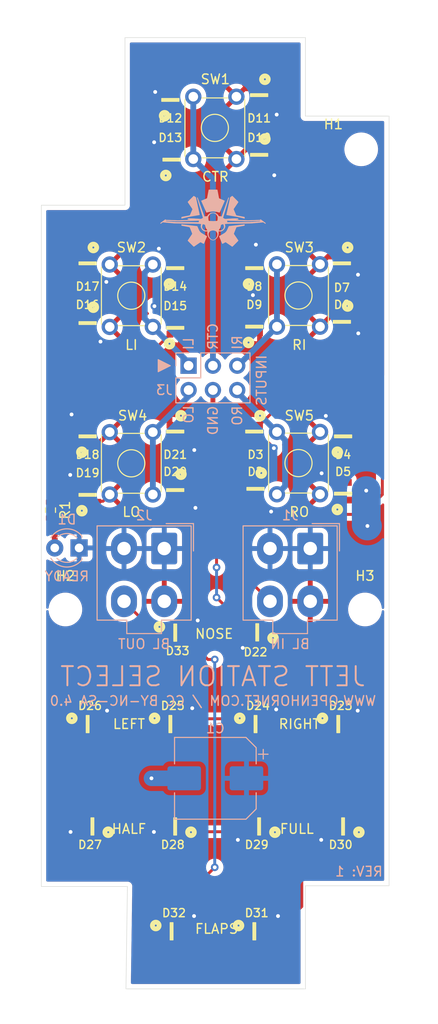
<source format=kicad_pcb>
(kicad_pcb (version 20211014) (generator pcbnew)
  (layers (0 "F.Cu" signal) (31 "B.Cu" signal) (34 "B.Paste" user) (35 "F.Paste" user) (36 "B.SilkS" user "B.Silkscreen") (37 "F.SilkS" user "F.Silkscreen") (38 "B.Mask" user) (39 "F.Mask" user) (44 "Edge.Cuts" user))
  (net 0 "")
  (net 1 "GND")
  (net 2 "/BL_+5V")
  (net 3 "Net-(D1-Pad2)")
  (net 4 "/BL_DIN")
  (net 5 "Net-(D2-Pad1)")
  (net 6 "Net-(D3-Pad1)")
  (net 7 "Net-(D4-Pad1)")
  (net 8 "Net-(D5-Pad1)")
  (net 9 "Net-(D6-Pad1)")
  (net 10 "Net-(D7-Pad1)")
  (net 11 "Net-(D8-Pad1)")
  (net 12 "/BL_DATA1")
  (net 13 "Net-(D10-Pad1)")
  (net 14 "Net-(D11-Pad1)")
  (net 15 "Net-(D12-Pad1)")
  (net 16 "Net-(D13-Pad1)")
  (net 17 "Net-(D14-Pad1)")
  (net 18 "Net-(D15-Pad1)")
  (net 19 "Net-(D16-Pad1)")
  (net 20 "/BL_DATA2")
  (net 21 "Net-(D18-Pad1)")
  (net 22 "Net-(D19-Pad1)")
  (net 23 "Net-(D20-Pad1)")
  (net 24 "Net-(D21-Pad1)")
  (net 25 "Net-(D22-Pad1)")
  (net 26 "Net-(D23-Pad1)")
  (net 27 "Net-(D24-Pad1)")
  (net 28 "/BL_DATA3")
  (net 29 "Net-(D26-Pad1)")
  (net 30 "Net-(D27-Pad1)")
  (net 31 "Net-(D28-Pad1)")
  (net 32 "Net-(D29-Pad1)")
  (net 33 "Net-(D30-Pad1)")
  (net 34 "Net-(D31-Pad1)")
  (net 35 "Net-(D32-Pad1)")
  (net 36 "/BL_DOUT")
  (net 37 "/RO_SW")
  (net 38 "/LO_SW")
  (net 39 "/RI_SW")
  (net 40 "/LI_SW")
  (net 41 "/CTR_SW")
  (footprint "OH_Footprints:WS2812-2020" (layer "F.Cu") (at 154.638375 97.377249 90)
    (fp_text reference "D2")
    (fp_text value "LED" hide)
  )
  (footprint "OH_Footprints:WS2812-2020" (layer "F.Cu") (at 154.511375 91.408249 90)
    (fp_text reference "D3")
    (fp_text value "LED" hide)
  )
  (footprint "OH_Footprints:WS2812-2020" (layer "F.Cu") (at 163.782375 91.408249 -90)
    (fp_text reference "D4")
    (fp_text value "LED" hide)
  )
  (footprint "OH_Footprints:WS2812-2020" (layer "F.Cu") (at 163.782375 97.377249 -90)
    (fp_text reference "D5")
    (fp_text value "LED" hide)
  )
  (footprint "OH_Footprints:WS2812-2020" (layer "F.Cu") (at 163.655375 79.978249 90)
    (fp_text reference "D6")
    (fp_text value "LED" hide)
  )
  (footprint "OH_Footprints:WS2812-2020" (layer "F.Cu") (at 163.655375 73.882249 90)
    (fp_text reference "D7")
    (fp_text value "LED" hide)
  )
  (footprint "OH_Footprints:WS2812-2020" (layer "F.Cu") (at 154.511375 73.882249 -90)
    (fp_text reference "D8")
    (fp_text value "LED" hide)
  )
  (footprint "OH_Footprints:WS2812-2020" (layer "F.Cu") (at 154.511375 79.978249 -90)
    (fp_text reference "D9")
    (fp_text value "LED" hide)
  )
  (footprint "OH_Footprints:WS2812-2020" (layer "F.Cu") (at 155.019375 62.579249 90)
    (fp_text reference "D10")
    (fp_text value "LED" hide)
  )
  (footprint "OH_Footprints:WS2812-2020" (layer "F.Cu") (at 155.019375 56.356249 90)
    (fp_text reference "D11")
    (fp_text value "LED" hide)
  )
  (footprint "OH_Footprints:WS2812-2020" (layer "F.Cu") (at 145.748375 56.356249 -90)
    (fp_text reference "D12")
    (fp_text value "LED" hide)
  )
  (footprint "OH_Footprints:WS2812-2020" (layer "F.Cu") (at 145.875375 62.579249 -90)
    (fp_text reference "D13")
    (fp_text value "LED" hide)
  )
  (footprint "OH_Footprints:WS2812-2020" (layer "F.Cu") (at 146.256375 73.882249 -90)
    (fp_text reference "D14")
    (fp_text value "LED" hide)
  )
  (footprint "OH_Footprints:WS2812-2020" (layer "F.Cu") (at 146.256375 80.105249 -90)
    (fp_text reference "D15")
    (fp_text value "LED" hide)
  )
  (footprint "OH_Footprints:WS2812-2020" (layer "F.Cu") (at 137.112375 80.105249 90)
    (fp_text reference "D16")
    (fp_text value "LED" hide)
  )
  (footprint "OH_Footprints:WS2812-2020" (layer "F.Cu") (at 137.112375 73.882249 90)
    (fp_text reference "D17")
    (fp_text value "LED" hide)
  )
  (footprint "OH_Footprints:WS2812-2020" (layer "F.Cu") (at 137.112375 91.408249 -90)
    (fp_text reference "D18")
    (fp_text value "LED" hide)
  )
  (footprint "OH_Footprints:WS2812-2020" (layer "F.Cu") (at 137.112375 97.504249 -90)
    (fp_text reference "D19")
    (fp_text value "LED" hide)
  )
  (footprint "OH_Footprints:WS2812-2020" (layer "F.Cu") (at 146.256375 97.504249 90)
    (fp_text reference "D20")
    (fp_text value "LED" hide)
  )
  (footprint "OH_Footprints:WS2812-2020" (layer "F.Cu") (at 146.256375 91.408249 90)
    (fp_text reference "D21")
    (fp_text value "LED" hide)
  )
  (footprint "OH_Footprints:WS2812-2020" (layer "F.Cu") (at 154.568375 112.076249)
    (fp_text reference "D22")
    (fp_text value "LED" hide)
  )
  (footprint "OH_Footprints:WS2812-2020" (layer "F.Cu") (at 163.528375 121.634249 180)
    (fp_text reference "D23")
    (fp_text value "LED" hide)
  )
  (footprint "OH_Footprints:WS2812-2020" (layer "F.Cu") (at 154.892375 121.634249 180)
    (fp_text reference "D24")
    (fp_text value "LED" hide)
  )
  (footprint "OH_Footprints:WS2812-2020" (layer "F.Cu") (at 146.002375 121.634249 180)
    (fp_text reference "D25")
    (fp_text value "LED" hide)
  )
  (footprint "OH_Footprints:WS2812-2020" (layer "F.Cu") (at 137.366375 121.634249 180)
    (fp_text reference "D26")
    (fp_text value "LED" hide)
  )
  (footprint "OH_Footprints:WS2812-2020" (layer "F.Cu") (at 137.366375 132.302249)
    (fp_text reference "D27")
    (fp_text value "LED" hide)
  )
  (footprint "OH_Footprints:WS2812-2020" (layer "F.Cu") (at 154.765375 132.302249)
    (fp_text reference "D29")
    (fp_text value "LED" hide)
  )
  (footprint "OH_Footprints:WS2812-2020" (layer "F.Cu") (at 163.528375 132.302249)
    (fp_text reference "D30")
    (fp_text value "LED" hide)
  )
  (footprint "OH_Footprints:WS2812-2020" (layer "F.Cu") (at 154.765375 143.224249 180)
    (fp_text reference "D31")
    (fp_text value "LED" hide)
  )
  (footprint "OH_Footprints:WS2812-2020" (layer "F.Cu") (at 146.129375 143.224249 180)
    (fp_text reference "D32")
    (fp_text value "LED" hide)
  )
  (footprint "OH_Footprints:WS2812-2020" (layer "F.Cu") (at 146.510375 112.109249 180)
    (fp_text reference "D33")
    (fp_text value "LED" hide)
  )
  (footprint "MountingHole:MountingHole_2.5mm" (layer "F.Cu") (at 165.6715 61.75375)
    (fp_text reference "H1")
    (fp_text value "MountingHole")
  )
  (footprint "MountingHole:MountingHole_2.5mm" (layer "F.Cu") (at 134.794625 109.696249)
    (fp_text reference "H2")
    (fp_text value "MountingHole")
  )
  (footprint "MountingHole:MountingHole_2.5mm" (layer "F.Cu") (at 166.068375 109.696249)
    (fp_text reference "H3")
    (fp_text value "MountingHole")
  )
  (footprint "OH_Footprints:R_0603_1608Metric" (layer "F.Cu") (at 133.238875 99.345749 90)
    (fp_text reference "R1")
    (fp_text value "R")
  )
  (footprint "OH_Footprints:SW_TH_Tactile_Omron_B3F-10xx" (layer "F.Cu") (at 148.1455 62.769749 90)
    (fp_text reference "SW1")
    (fp_text value "CTR")
  )
  (footprint "OH_Footprints:SW_TH_Tactile_Omron_B3F-10xx" (layer "F.Cu") (at 143.92275 73.75525 -90)
    (fp_text reference "SW2")
    (fp_text value "LI")
  )
  (footprint "OH_Footprints:SW_TH_Tactile_Omron_B3F-10xx" (layer "F.Cu") (at 156.87675 80.23225 90)
    (fp_text reference "SW3")
    (fp_text value "RI")
  )
  (footprint "OH_Footprints:SW_TH_Tactile_Omron_B3F-10xx" (layer "F.Cu") (at 143.92275 91.217749 -90)
    (fp_text reference "SW4")
    (fp_text value "LO")
  )
  (footprint "OH_Footprints:SW_TH_Tactile_Omron_B3F-10xx" (layer "F.Cu") (at 156.87675 97.694749 90)
    (fp_text reference "SW5")
    (fp_text value "RO")
  )
  (footprint "OH_Footprints:WS2812-2020" (layer "F.Cu") (at 146.002375 132.302249)
    (fp_text reference "D28")
    (fp_text value "LED" hide)
  )
  (footprint "OH_Footprints:LED_D3.0mm" (layer "B.Cu") (at 136.223375 103.282749 180)
    (fp_text reference "D1")
    (fp_text value "READY")
  )
  (footprint "OH_Footprints:Molex_Mini-Fit_Jr_5566-04A_2x02_P4.20mm_Vertical" (layer "B.Cu") (at 160.353375 103.346249 180)
    (fp_text reference "J1")
    (fp_text value "BL IN")
  )
  (footprint "OH_Footprints:Molex_Mini-Fit_Jr_5566-04A_2x02_P4.20mm_Vertical" (layer "B.Cu") (at 145.113375 103.346249 180)
    (fp_text reference "J2")
    (fp_text value "BL OUT")
  )
  (footprint "Connector_PinHeader_2.54mm:PinHeader_2x03_P2.54mm_Vertical" (layer "B.Cu") (at 147.653375 84.296249 -90)
    (fp_text reference "J3")
    (fp_text value "INPUTS")
  )
  (footprint "OH_Footprints:CP_Elec_8x10" (layer "B.Cu") (at 150.447375 127.285749 180)
    (fp_text reference "C1")
    (fp_text value "1000 nF")
  )
  (footprint "KiCAD Libraries:OH_LOGO_ONLY_11x6mm" (layer "B.Cu") (at 150.193375 69.056249 180)
    (fp_text reference "LOGO1" hide)
    (fp_text value "OpenHornetLogoSmall" hide)
  )
  (gr_poly (pts (xy 145.748375 84.296249) (xy 144.478375 84.931249) (xy 144.478375 83.661249)) (layer "B.SilkS") (width 0.1) (fill solid))
  (gr_line (start 159.84855 138.480799) (end 168.5798 138.480799) (layer "Edge.Cuts") (width 0.05))
  (gr_line (start 141.01445 67.576699) (end 132.283201 67.576699) (layer "Edge.Cuts") (width 0.05))
  (gr_line (start 168.5798 138.480799) (end 168.5798 58.293) (layer "Edge.Cuts") (width 0.05))
  (gr_line (start 132.283201 138.557) (end 141.269332 138.557) (layer "Edge.Cuts") (width 0.05))
  (gr_line (start 141.01445 50.114199) (end 141.01445 67.576699) (layer "Edge.Cuts") (width 0.05))
  (gr_line (start 141.116617 149.224999) (end 159.84855 149.224999) (layer "Edge.Cuts") (width 0.05))
  (gr_line (start 159.84855 149.224999) (end 159.84855 138.480799) (layer "Edge.Cuts") (width 0.05))
  (gr_line (start 159.84855 58.293) (end 159.84855 50.114199) (layer "Edge.Cuts") (width 0.05))
  (gr_line (start 132.283201 67.576699) (end 132.283201 138.557) (layer "Edge.Cuts") (width 0.05))
  (gr_line (start 141.269332 138.557) (end 141.116617 149.224999) (layer "Edge.Cuts") (width 0.05))
  (gr_line (start 168.5798 58.293) (end 159.84855 58.293) (layer "Edge.Cuts") (width 0.05))
  (gr_line (start 159.84855 50.114199) (end 141.01445 50.114199) (layer "Edge.Cuts") (width 0.05))
  (gr_text "CTR" (at 150.193375 81.248249 90) (layer "B.SilkS") (effects (font (size 1 1)) (justify mirror)))
  (gr_text "LO" (at 147.653375 89.376249 90) (layer "B.SilkS") (effects (font (size 1 1)) (justify mirror)))
  (gr_text "GND" (at 150.193375 90.011249 90) (layer "B.SilkS") (effects (font (size 1 1)) (justify mirror)))
  (gr_text "RO" (at 152.733375 89.503249 90) (layer "B.SilkS") (effects (font (size 1 1)) (justify mirror)))
  (gr_text "RI" (at 152.733375 81.883249 90) (layer "B.SilkS") (effects (font (size 1 1)) (justify mirror)))
  (gr_text "WWW.OPENHORNET.COM / CC BY-NC-SA 4.0" (at 150.193375 119.221249) (layer "B.SilkS") (effects (font (size 1 1)) (justify mirror)))
  (gr_text "LI" (at 147.653375 82.010249 90) (layer "B.SilkS") (effects (font (size 1 1)) (justify mirror)))
  (gr_text "REV: 1" (at 165.433375 137.001249) (layer "B.SilkS") (effects (font (size 1 1)) (justify mirror)))
  (gr_text "JETT STATION SELECT" (at 150.193375 116.681249) (layer "B.SilkS") (effects (font (size 2 2) (thickness 0.2)) (justify mirror)))
  (gr_text "FULL" (at 158.956375 132.556249) (layer "F.SilkS") (effects (font (size 1 1))))
  (gr_text "RIGHT" (at 159.210375 121.634249) (layer "F.SilkS") (effects (font (size 1 1))))
  (gr_text "NOSE" (at 150.320375 112.236249) (layer "F.SilkS") (effects (font (size 1 1))))
  (gr_text "HALF" (at 141.430375 132.556249) (layer "F.SilkS") (effects (font (size 1 1))))
  (gr_text "FLAPS" (at 150.574375 142.970249) (layer "F.SilkS") (effects (font (size 1 1))))
  (gr_text "LEFT" (at 141.430375 121.634249) (layer "F.SilkS") (effects (font (size 1 1))))
  (segment (start 155.061375 74.797249) (end 155.109375 74.797249) (width 0.3048) (layer "F.Cu") (net 1))
  (segment (start 137.662375 98.419249) (end 138.72125 98.419249) (width 0.3048) (layer "F.Cu") (net 1))
  (segment (start 153.793375 55.441249) (end 153.388375 55.036249) (width 0.3048) (layer "F.Cu") (net 1))
  (segment (start 138.72125 98.419249) (end 139.42275 97.717749) (width 0.3048) (layer "F.Cu") (net 1))
  (segment (start 155.109375 74.797249) (end 156.028375 75.716249) (width 0.3048) (layer "F.Cu") (net 1))
  (segment (start 154.469375 55.441249) (end 153.793375 55.441249) (width 0.3048) (layer "F.Cu") (net 1))
  (via (at 166.322375 100.996749) (size 0.8) (drill 0.4) (layers "F.Cu" "B.Cu") (net 1))
  (via (at 143.779875 127.285749) (size 0.8) (drill 0.4) (layers "F.Cu" "B.Cu") (net 1))
  (via (at 166.195375 97.313749) (size 0.8) (drill 0.4) (layers "F.Cu" "B.Cu") (net 1))
  (segment (start 166.195375 100.869749) (end 166.322375 100.996749) (width 3) (layer "B.Cu") (net 1))
  (segment (start 147.197375 127.285749) (end 143.779875 127.285749) (width 1.6256) (layer "B.Cu") (net 1))
  (segment (start 166.195375 97.313749) (end 166.195375 100.869749) (width 3) (layer "B.Cu") (net 1))
  (segment (start 162.343375 132.852249) (end 161.496375 133.699249) (width 0.3048) (layer "F.Cu") (net 2))
  (segment (start 155.807375 121.084249) (end 155.823375 121.084249) (width 0.3048) (layer "F.Cu") (net 2))
  (segment (start 146.917375 121.084249) (end 146.933375 121.084249) (width 0.3048) (layer "F.Cu") (net 2))
  (segment (start 145.087375 132.852249) (end 144.055375 132.852249) (width 0.3048) (layer "F.Cu") (net 2))
  (segment (start 164.205375 80.893249) (end 165.335375 80.893249) (width 0.3048) (layer "F.Cu") (net 2))
  (segment (start 144.055375 132.852249) (end 144.033875 132.873749) (width 0.3048) (layer "F.Cu") (net 2))
  (segment (start 164.459375 121.084249) (end 165.306375 120.237249) (width 0.3048) (layer "F.Cu") (net 2))
  (segment (start 155.823375 121.084249) (end 156.797375 120.110249) (width 0.3048) (layer "F.Cu") (net 2))
  (segment (start 155.680375 142.674249) (end 155.950375 142.674249) (width 0.3048) (layer "F.Cu") (net 2))
  (segment (start 135.355875 132.852249) (end 135.334375 132.873749) (width 0.3048) (layer "F.Cu") (net 2))
  (segment (start 147.425375 111.559249) (end 147.885875 111.559249) (width 0.3048) (layer "F.Cu") (net 2))
  (segment (start 146.933375 121.084249) (end 148.034375 119.983249) (width 0.3048) (layer "F.Cu") (net 2))
  (segment (start 162.494375 96.462249) (end 161.538375 95.506249) (width 0.3048) (layer "F.Cu") (net 2))
  (segment (start 147.885875 111.559249) (end 148.605875 110.839249) (width 0.3048) (layer "F.Cu") (net 2))
  (segment (start 145.409375 72.967249) (end 144.548375 72.106249) (width 0.3048) (layer "F.Cu") (net 2))
  (segment (start 165.335375 80.893249) (end 165.368375 80.926249) (width 0.3048) (layer "F.Cu") (net 2))
  (segment (start 144.503375 55.441249) (end 144.168375 55.776249) (width 0.3048) (layer "F.Cu") (net 2))
  (segment (start 136.211375 96.589249) (end 135.298375 95.676249) (width 0.3048) (layer "F.Cu") (net 2))
  (segment (start 137.692375 81.020249) (end 138.458375 81.786249) (width 0.3048) (layer "F.Cu") (net 2))
  (segment (start 155.569375 63.494249) (end 155.636375 63.494249) (width 0.3048) (layer "F.Cu") (net 2))
  (segment (start 137.662375 81.020249) (end 137.692375 81.020249) (width 0.3048) (layer "F.Cu") (net 2))
  (segment (start 153.850375 132.852249) (end 153.643875 132.852249) (width 0.3048) (layer "F.Cu") (net 2))
  (segment (start 136.562375 96.589249) (end 136.211375 96.589249) (width 0.3048) (layer "F.Cu") (net 2))
  (segment (start 136.562375 90.493249) (end 136.555375 90.493249) (width 0.3048) (layer "F.Cu") (net 2))
  (segment (start 145.325375 61.664249) (end 144.706375 61.664249) (width 0.3048) (layer "F.Cu") (net 2))
  (segment (start 162.945375 90.493249) (end 161.978375 89.526249) (width 0.3048) (layer "F.Cu") (net 2))
  (segment (start 138.281375 121.084249) (end 138.297375 121.084249) (width 0.3048) (layer "F.Cu") (net 2))
  (segment (start 153.961375 72.403249) (end 154.678375 71.686249) (width 0.3048) (layer "F.Cu") (net 2))
  (segment (start 155.636375 63.494249) (end 156.598375 64.456249) (width 0.3048) (layer "F.Cu") (net 2))
  (segment (start 136.555375 90.493249) (end 135.438375 89.376249) (width 0.3048) (layer "F.Cu") (net 2))
  (segment (start 155.569375 57.271249) (end 155.983375 57.271249) (width 0.3048) (layer "F.Cu") (net 2))
  (segment (start 155.950375 142.674249) (end 156.987875 141.636749) (width 0.3048) (layer "F.Cu") (net 2))
  (segment (start 155.061375 92.323249) (end 155.995375 92.323249) (width 0.3048) (layer "F.Cu") (net 2))
  (segment (start 147.485375 92.323249) (end 148.248375 93.086249) (width 0.3048) (layer "F.Cu") (net 2))
  (segment (start 145.706375 79.190249) (end 145.182375 79.190249) (width 0.3048) (layer "F.Cu") (net 2))
  (segment (start 145.182375 79.190249) (end 144.088375 78.096249) (width 0.3048) (layer "F.Cu") (net 2))
  (segment (start 165.319375 74.797249) (end 165.338375 74.816249) (width 0.3048) (layer "F.Cu") (net 2))
  (segment (start 144.706375 61.664249) (end 144.058375 61.016249) (width 0.3048) (layer "F.Cu") (net 2))
  (segment (start 147.187375 142.674249) (end 148.224875 141.636749) (width 0.3048) (layer "F.Cu") (net 2))
  (segment (start 138.297375 121.084249) (end 139.144375 120.237249) (width 0.3048) (layer "F.Cu") (net 2))
  (segment (start 145.198375 55.441249) (end 144.503375 55.441249) (width 0.3048) (layer "F.Cu") (net 2))
  (segment (start 164.205375 74.797249) (end 165.319375 74.797249) (width 0.3048) (layer "F.Cu") (net 2))
  (segment (start 138.299375 74.797249) (end 139.068375 75.566249) (width 0.3048) (layer "F.Cu") (net 2))
  (segment (start 163.232375 90.493249) (end 162.945375 90.493249) (width 0.3048) (layer "F.Cu") (net 2))
  (segment (start 146.806375 92.323249) (end 147.485375 92.323249) (width 0.3048) (layer "F.Cu") (net 2))
  (segment (start 155.188375 98.416249) (end 156.268375 99.496249) (width 0.3048) (layer "F.Cu") (net 2))
  (segment (start 163.232375 96.462249) (end 162.494375 96.462249) (width 0.3048) (layer "F.Cu") (net 2))
  (segment (start 153.961375 79.063249) (end 153.961375 77.353249) (width 0.3048) (layer "F.Cu") (net 2))
  (segment (start 153.653375 113.348249) (end 153.304875 113.696749) (width 0.3048) (layer "F.Cu") (net 2))
  (segment (start 147.681375 98.419249) (end 148.368375 99.106249) (width 0.3048) (layer "F.Cu") (net 2))
  (segment (start 155.983375 57.271249) (end 156.848375 58.136249) (width 0.3048) (layer "F.Cu") (net 2))
  (segment (start 153.961375 77.353249) (end 154.368375 76.946249) (width 0.3048) (layer "F.Cu") (net 2))
  (segment (start 155.995375 92.323249) (end 156.558375 92.886249) (width 0.3048) (layer "F.Cu") (net 2))
  (segment (start 136.451375 132.852249) (end 135.355875 132.852249) (width 0.3048) (layer "F.Cu") (net 2))
  (segment (start 146.806375 98.419249) (end 147.681375 98.419249) (width 0.3048) (layer "F.Cu") (net 2))
  (segment (start 147.044375 142.674249) (end 147.187375 142.674249) (width 0.3048) (layer "F.Cu") (net 2))
  (segment (start 155.188375 98.292249) (end 155.188375 98.416249) (width 0.3048) (layer "F.Cu") (net 2))
  (segment (start 153.643875 132.852249) (end 152.796875 133.699249) (width 0.3048) (layer "F.Cu") (net 2))
  (segment (start 164.443375 121.084249) (end 164.459375 121.084249) (width 0.3048) (layer "F.Cu") (net 2))
  (segment (start 153.961375 72.967249) (end 153.961375 72.403249) (width 0.3048) (layer "F.Cu") (net 2))
  (segment (start 162.613375 132.852249) (end 162.343375 132.852249) (width 0.3048) (layer "F.Cu") (net 2))
  (segment (start 137.662375 74.797249) (end 138.299375 74.797249) (width 0.3048) (layer "F.Cu") (net 2))
  (segment (start 145.706375 72.967249) (end 145.409375 72.967249) (width 0.3048) (layer "F.Cu") (net 2))
  (segment (start 153.653375 112.626249) (end 153.653375 113.348249) (width 0.3048) (layer "F.Cu") (net 2))
  (via (at 156.797375 120.110249) (size 0.8) (drill 0.4) (layers "F.Cu" "B.Cu") (net 2))
  (via (at 148.248375 93.086249) (size 0.8) (drill 0.4) (layers "F.Cu" "B.Cu") (net 2))
  (via (at 139.144375 120.237249) (size 0.8) (drill 0.4) (layers "F.Cu" "B.Cu") (net 2))
  (via (at 144.033875 132.873749) (size 0.8) (drill 0.4) (layers "F.Cu" "B.Cu") (net 2))
  (via (at 154.678375 71.686249) (size 0.8) (drill 0.4) (layers "F.Cu" "B.Cu") (net 2))
  (via (at 148.224875 141.636749) (size 0.8) (drill 0.4) (layers "F.Cu" "B.Cu") (net 2))
  (via (at 154.368375 76.946249) (size 0.8) (drill 0.4) (layers "F.Cu" "B.Cu") (net 2))
  (via (at 152.796875 133.699249) (size 0.8) (drill 0.4) (layers "F.Cu" "B.Cu") (net 2))
  (via (at 138.458375 81.786249) (size 0.8) (drill 0.4) (layers "F.Cu" "B.Cu") (net 2))
  (via (at 165.306375 120.237249) (size 0.8) (drill 0.4) (layers "F.Cu" "B.Cu") (net 2))
  (via (at 156.848375 58.136249) (size 0.8) (drill 0.4) (layers "F.Cu" "B.Cu") (net 2))
  (via (at 135.298375 95.676249) (size 0.8) (drill 0.4) (layers "F.Cu" "B.Cu") (net 2))
  (via (at 148.605875 110.839249) (size 0.8) (drill 0.4) (layers "F.Cu" "B.Cu") (net 2))
  (via (at 144.168375 55.776249) (size 0.8) (drill 0.4) (layers "F.Cu" "B.Cu") (net 2))
  (via (at 156.598375 64.456249) (size 0.8) (drill 0.4) (layers "F.Cu" "B.Cu") (net 2))
  (via (at 135.438375 89.376249) (size 0.8) (drill 0.4) (layers "F.Cu" "B.Cu") (net 2))
  (via (at 161.496375 133.699249) (size 0.8) (drill 0.4) (layers "F.Cu" "B.Cu") (net 2))
  (via (at 153.304875 113.696749) (size 0.8) (drill 0.4) (layers "F.Cu" "B.Cu") (net 2))
  (via (at 165.338375 74.816249) (size 0.8) (drill 0.4) (layers "F.Cu" "B.Cu") (net 2))
  (via (at 135.334375 132.873749) (size 0.8) (drill 0.4) (layers "F.Cu" "B.Cu") (net 2))
  (via (at 156.268375 99.496249) (size 0.8) (drill 0.4) (layers "F.Cu" "B.Cu") (net 2))
  (via (at 156.558375 92.886249) (size 0.8) (drill 0.4) (layers "F.Cu" "B.Cu") (net 2))
  (via (at 144.548375 72.106249) (size 0.8) (drill 0.4) (layers "F.Cu" "B.Cu") (net 2))
  (via (at 161.538375 95.506249) (size 0.8) (drill 0.4) (layers "F.Cu" "B.Cu") (net 2))
  (via (at 139.068375 75.566249) (size 0.8) (drill 0.4) (layers "F.Cu" "B.Cu") (net 2))
  (via (at 165.368375 80.926249) (size 0.8) (drill 0.4) (layers "F.Cu" "B.Cu") (net 2))
  (via (at 156.987875 141.636749) (size 0.8) (drill 0.4) (layers "F.Cu" "B.Cu") (net 2))
  (via (at 148.034375 119.983249) (size 0.8) (drill 0.4) (layers "F.Cu" "B.Cu") (net 2))
  (via (at 148.368375 99.106249) (size 0.8) (drill 0.4) (layers "F.Cu" "B.Cu") (net 2))
  (via (at 144.088375 78.096249) (size 0.8) (drill 0.4) (layers "F.Cu" "B.Cu") (net 2))
  (via (at 161.978375 89.526249) (size 0.8) (drill 0.4) (layers "F.Cu" "B.Cu") (net 2))
  (via (at 144.058375 61.016249) (size 0.8) (drill 0.4) (layers "F.Cu" "B.Cu") (net 2))
  (segment (start 133.683375 100.615249) (end 133.238875 100.170749) (width 0.6096) (layer "F.Cu") (net 3))
  (segment (start 133.683375 103.282749) (end 133.683375 100.615249) (width 0.6096) (layer "F.Cu") (net 3))
  (segment (start 154.088375 106.781249) (end 154.088375 98.292249) (width 0.3048) (layer "F.Cu") (net 4))
  (segment (start 156.153375 108.846249) (end 154.088375 106.781249) (width 0.3048) (layer "F.Cu") (net 4))
  (segment (start 155.188375 96.462249) (end 155.188375 93.784571) (width 0.3048) (layer "F.Cu") (net 5))
  (segment (start 155.188375 93.784571) (end 153.961375 92.557571) (width 0.3048) (layer "F.Cu") (net 5))
  (segment (start 153.961375 92.557571) (end 153.961375 92.323249) (width 0.3048) (layer "F.Cu") (net 5))
  (segment (start 164.332375 89.838449) (end 164.332375 90.493249) (width 0.3048) (layer "F.Cu") (net 6))
  (segment (start 163.267773 88.773847) (end 164.332375 89.838449) (width 0.3048) (layer "F.Cu") (net 6))
  (segment (start 155.061375 90.493249) (end 156.780777 88.773847) (width 0.3048) (layer "F.Cu") (net 6))
  (segment (start 156.780777 88.773847) (end 163.267773 88.773847) (width 0.3048) (layer "F.Cu") (net 6))
  (segment (start 163.232375 92.323249) (end 163.232375 95.127927) (width 0.3048) (layer "F.Cu") (net 7))
  (segment (start 163.232375 95.127927) (end 164.332375 96.227927) (width 0.3048) (layer "F.Cu") (net 7))
  (segment (start 164.332375 96.227927) (end 164.332375 96.462249) (width 0.3048) (layer "F.Cu") (net 7))
  (segment (start 163.105375 81.548049) (end 163.105375 80.893249) (width 0.3048) (layer "F.Cu") (net 8))
  (segment (start 164.075575 99.790249) (end 165.814375 99.790249) (width 0.3048) (layer "F.Cu") (net 8))
  (segment (start 167.878375 86.321049) (end 163.105375 81.548049) (width 0.3048) (layer "F.Cu") (net 8))
  (segment (start 167.878375 97.726249) (end 167.878375 86.321049) (width 0.3048) (layer "F.Cu") (net 8))
  (segment (start 165.814375 99.790249) (end 167.878375 97.726249) (width 0.3048) (layer "F.Cu") (net 8))
  (segment (start 163.232375 98.292249) (end 163.232375 98.947049) (width 0.3048) (layer "F.Cu") (net 8))
  (segment (start 163.232375 98.947049) (end 164.075575 99.790249) (width 0.3048) (layer "F.Cu") (net 8))
  (segment (start 164.205375 79.063249) (end 164.205375 76.131571) (width 0.3048) (layer "F.Cu") (net 9))
  (segment (start 163.105375 75.031571) (end 163.105375 74.797249) (width 0.3048) (layer "F.Cu") (net 9))
  (segment (start 164.205375 76.131571) (end 163.105375 75.031571) (width 0.3048) (layer "F.Cu") (net 9))
  (segment (start 164.205375 72.967249) (end 164.205375 71.511249) (width 0.3048) (layer "F.Cu") (net 10))
  (segment (start 164.205375 71.511249) (end 163.464875 70.770749) (width 0.3048) (layer "F.Cu") (net 10))
  (segment (start 163.464875 70.770749) (end 157.257875 70.770749) (width 0.3048) (layer "F.Cu") (net 10))
  (segment (start 157.257875 70.770749) (end 155.061375 72.967249) (width 0.3048) (layer "F.Cu") (net 10))
  (segment (start 153.961375 75.452049) (end 155.120777 76.611451) (width 0.3048) (layer "F.Cu") (net 11))
  (segment (start 155.120777 79.003847) (end 155.061375 79.063249) (width 0.3048) (layer "F.Cu") (net 11))
  (segment (start 153.961375 74.797249) (end 153.961375 75.452049) (width 0.3048) (layer "F.Cu") (net 11))
  (segment (start 155.120777 76.611451) (end 155.120777 79.003847) (width 0.3048) (layer "F.Cu") (net 11))
  (segment (start 153.961375 80.893249) (end 153.258974 80.190848) (width 0.3048) (layer "F.Cu") (net 12))
  (segment (start 153.258974 80.190848) (end 153.258974 64.70465) (width 0.3048) (layer "F.Cu") (net 12))
  (segment (start 153.258974 64.70465) (end 154.469375 63.494249) (width 0.3048) (layer "F.Cu") (net 12))
  (segment (start 154.469375 57.505571) (end 154.469375 57.271249) (width 0.3048) (layer "F.Cu") (net 13))
  (segment (start 155.569375 58.605571) (end 154.469375 57.505571) (width 0.3048) (layer "F.Cu") (net 13))
  (segment (start 155.569375 61.664249) (end 155.569375 58.605571) (width 0.3048) (layer "F.Cu") (net 13))
  (segment (start 148.293375 53.446249) (end 146.298375 55.441249) (width 0.3048) (layer "F.Cu") (net 14))
  (segment (start 155.569375 54.157249) (end 154.858375 53.446249) (width 0.3048) (layer "F.Cu") (net 14))
  (segment (start 154.858375 53.446249) (end 148.293375 53.446249) (width 0.3048) (layer "F.Cu") (net 14))
  (segment (start 155.569375 55.441249) (end 155.569375 54.157249) (width 0.3048) (layer "F.Cu") (net 14))
  (segment (start 145.198375 60.202927) (end 146.425375 61.429927) (width 0.3048) (layer "F.Cu") (net 15))
  (segment (start 145.198375 57.271249) (end 145.198375 60.202927) (width 0.3048) (layer "F.Cu") (net 15))
  (segment (start 146.425375 61.429927) (end 146.425375 61.664249) (width 0.3048) (layer "F.Cu") (net 15))
  (segment (start 145.325375 71.251927) (end 146.806375 72.732927) (width 0.3048) (layer "F.Cu") (net 16))
  (segment (start 145.325375 63.494249) (end 145.325375 71.251927) (width 0.3048) (layer "F.Cu") (net 16))
  (segment (start 146.806375 72.732927) (end 146.806375 72.967249) (width 0.3048) (layer "F.Cu") (net 16))
  (segment (start 145.706375 74.797249) (end 145.706375 77.855927) (width 0.3048) (layer "F.Cu") (net 17))
  (segment (start 146.806375 78.955927) (end 146.806375 79.190249) (width 0.3048) (layer "F.Cu") (net 17))
  (segment (start 145.706375 77.855927) (end 146.806375 78.955927) (width 0.3048) (layer "F.Cu") (net 17))
  (segment (start 137.425977 82.538651) (end 136.562375 81.675049) (width 0.3048) (layer "F.Cu") (net 18))
  (segment (start 136.562375 81.675049) (end 136.562375 81.020249) (width 0.3048) (layer "F.Cu") (net 18))
  (segment (start 145.706375 81.020249) (end 144.187973 82.538651) (width 0.3048) (layer "F.Cu") (net 18))
  (segment (start 144.187973 82.538651) (end 137.425977 82.538651) (width 0.3048) (layer "F.Cu") (net 18))
  (segment (start 137.662375 76.131571) (end 136.562375 75.031571) (width 0.3048) (layer "F.Cu") (net 19))
  (segment (start 136.562375 75.031571) (end 136.562375 74.797249) (width 0.3048) (layer "F.Cu") (net 19))
  (segment (start 137.662375 79.190249) (end 137.662375 76.131571) (width 0.3048) (layer "F.Cu") (net 19))
  (segment (start 137.662375 72.967249) (end 137.662375 72.312449) (width 0.3048) (layer "F.Cu") (net 20))
  (segment (start 135.388375 71.506249) (end 134.378375 72.516249) (width 0.3048) (layer "F.Cu") (net 20))
  (segment (start 134.378375 72.516249) (end 134.378375 86.554449) (width 0.3048) (layer "F.Cu") (net 20))
  (segment (start 137.662375 89.838449) (end 137.662375 90.493249) (width 0.3048) (layer "F.Cu") (net 20))
  (segment (start 136.856175 71.506249) (end 135.388375 71.506249) (width 0.3048) (layer "F.Cu") (net 20))
  (segment (start 137.662375 72.312449) (end 136.856175 71.506249) (width 0.3048) (layer "F.Cu") (net 20))
  (segment (start 134.378375 86.554449) (end 137.662375 89.838449) (width 0.3048) (layer "F.Cu") (net 20))
  (segment (start 136.562375 95.254927) (end 137.662375 96.354927) (width 0.3048) (layer "F.Cu") (net 21))
  (segment (start 136.562375 92.323249) (end 136.562375 95.254927) (width 0.3048) (layer "F.Cu") (net 21))
  (segment (start 137.662375 96.354927) (end 137.662375 96.589249) (width 0.3048) (layer "F.Cu") (net 21))
  (segment (start 143.479375 100.646249) (end 145.706375 98.419249) (width 0.3048) (layer "F.Cu") (net 22))
  (segment (start 136.562375 98.419249) (end 136.562375 99.760249) (width 0.3048) (layer "F.Cu") (net 22))
  (segment (start 137.448375 100.646249) (end 143.479375 100.646249) (width 0.3048) (layer "F.Cu") (net 22))
  (segment (start 136.562375 99.760249) (end 137.448375 100.646249) (width 0.3048) (layer "F.Cu") (net 22))
  (segment (start 146.806375 96.589249) (end 146.806375 93.657571) (width 0.3048) (layer "F.Cu") (net 23))
  (segment (start 145.706375 92.557571) (end 145.706375 92.323249) (width 0.3048) (layer "F.Cu") (net 23))
  (segment (start 146.806375 93.657571) (end 145.706375 92.557571) (width 0.3048) (layer "F.Cu") (net 23))
  (segment (start 150.574375 108.447249) (end 150.574375 108.447249) (width 0.3048) (layer "F.Cu") (net 24))
  (segment (start 150.574375 93.313249) (end 150.574375 105.314749) (width 0.3048) (layer "F.Cu") (net 24))
  (segment (start 146.806375 90.493249) (end 147.754375 90.493249) (width 0.3048) (layer "F.Cu") (net 24))
  (segment (start 150.574375 108.447249) (end 153.653375 111.526249) (width 0.3048) (layer "F.Cu") (net 24))
  (segment (start 147.754375 90.493249) (end 150.574375 93.313249) (width 0.3048) (layer "F.Cu") (net 24))
  (via (at 150.574375 108.447249) (size 0.8) (drill 0.4) (layers "F.Cu" "B.Cu") (net 24))
  (via (at 150.574375 105.314749) (size 0.8) (drill 0.4) (layers "F.Cu" "B.Cu") (net 24))
  (segment (start 150.574375 105.314749) (end 150.574375 108.447249) (width 0.3048) (layer "B.Cu") (net 24))
  (segment (start 165.098175 122.184249) (end 164.443375 122.184249) (width 0.3048) (layer "F.Cu") (net 25))
  (segment (start 158.808931 112.626249) (end 166.058777 119.876095) (width 0.3048) (layer "F.Cu") (net 25))
  (segment (start 166.058777 121.223647) (end 165.098175 122.184249) (width 0.3048) (layer "F.Cu") (net 25))
  (segment (start 155.483375 112.626249) (end 158.808931 112.626249) (width 0.3048) (layer "F.Cu") (net 25))
  (segment (start 166.058777 119.876095) (end 166.058777 121.223647) (width 0.3048) (layer "F.Cu") (net 25))
  (segment (start 156.041697 122.184249) (end 155.807375 122.184249) (width 0.3048) (layer "F.Cu") (net 26))
  (segment (start 157.141697 121.084249) (end 156.041697 122.184249) (width 0.3048) (layer "F.Cu") (net 26))
  (segment (start 162.613375 121.084249) (end 157.141697 121.084249) (width 0.3048) (layer "F.Cu") (net 26))
  (segment (start 153.977375 121.084249) (end 148.251697 121.084249) (width 0.3048) (layer "F.Cu") (net 27))
  (segment (start 147.151697 122.184249) (end 146.917375 122.184249) (width 0.3048) (layer "F.Cu") (net 27))
  (segment (start 148.251697 121.084249) (end 147.151697 122.184249) (width 0.3048) (layer "F.Cu") (net 27))
  (segment (start 139.615697 121.084249) (end 138.515697 122.184249) (width 0.3048) (layer "F.Cu") (net 28))
  (segment (start 138.515697 122.184249) (end 138.281375 122.184249) (width 0.3048) (layer "F.Cu") (net 28))
  (segment (start 145.087375 121.084249) (end 139.615697 121.084249) (width 0.3048) (layer "F.Cu") (net 28))
  (segment (start 133.937375 129.238249) (end 136.451375 131.752249) (width 0.3048) (layer "F.Cu") (net 29))
  (segment (start 136.451375 121.084249) (end 135.796575 121.084249) (width 0.3048) (layer "F.Cu") (net 29))
  (segment (start 135.796575 121.084249) (end 133.937375 122.943449) (width 0.3048) (layer "F.Cu") (net 29))
  (segment (start 133.937375 122.943449) (end 133.937375 129.238249) (width 0.3048) (layer "F.Cu") (net 29))
  (segment (start 138.281375 132.852249) (end 142.941819 132.852249) (width 0.3048) (layer "F.Cu") (net 30))
  (segment (start 144.041819 131.752249) (end 145.087375 131.752249) (width 0.3048) (layer "F.Cu") (net 30))
  (segment (start 142.941819 132.852249) (end 144.041819 131.752249) (width 0.3048) (layer "F.Cu") (net 30))
  (segment (start 153.616053 131.752249) (end 153.850375 131.752249) (width 0.3048) (layer "F.Cu") (net 31))
  (segment (start 146.917375 132.852249) (end 152.516053 132.852249) (width 0.3048) (layer "F.Cu") (net 31))
  (segment (start 152.516053 132.852249) (end 153.616053 131.752249) (width 0.3048) (layer "F.Cu") (net 31))
  (segment (start 162.379053 131.752249) (end 162.613375 131.752249) (width 0.3048) (layer "F.Cu") (net 32))
  (segment (start 155.680375 132.852249) (end 161.279053 132.852249) (width 0.3048) (layer "F.Cu") (net 32))
  (segment (start 161.279053 132.852249) (end 162.379053 131.752249) (width 0.3048) (layer "F.Cu") (net 32))
  (segment (start 164.443375 132.852249) (end 159.47114 137.824484) (width 0.3048) (layer "F.Cu") (net 33))
  (segment (start 156.335175 143.774249) (end 155.680375 143.774249) (width 0.3048) (layer "F.Cu") (net 33))
  (segment (start 159.47114 137.824484) (end 159.47114 140.638284) (width 0.3048) (layer "F.Cu") (net 33))
  (segment (start 159.47114 140.638284) (end 156.335175 143.774249) (width 0.3048) (layer "F.Cu") (net 33))
  (segment (start 147.278697 143.774249) (end 147.044375 143.774249) (width 0.3048) (layer "F.Cu") (net 34))
  (segment (start 148.378697 142.674249) (end 147.278697 143.774249) (width 0.3048) (layer "F.Cu") (net 34))
  (segment (start 153.850375 142.674249) (end 148.378697 142.674249) (width 0.3048) (layer "F.Cu") (net 34))
  (segment (start 145.214375 142.674249) (end 145.214375 141.726249) (width 0.3048) (layer "F.Cu") (net 35))
  (segment (start 149.669375 114.903249) (end 147.425375 112.659249) (width 0.3048) (layer "F.Cu") (net 35))
  (segment (start 150.383875 114.903249) (end 149.669375 114.903249) (width 0.3048) (layer "F.Cu") (net 35))
  (segment (start 145.214375 141.726249) (end 150.383875 136.556749) (width 0.3048) (layer "F.Cu") (net 35))
  (via (at 150.383875 136.556749) (size 0.8) (drill 0.4) (layers "F.Cu" "B.Cu") (net 35))
  (via (at 150.383875 114.903249) (size 0.8) (drill 0.4) (layers "F.Cu" "B.Cu") (net 35))
  (segment (start 150.383875 136.556749) (end 150.383875 114.903249) (width 0.3048) (layer "B.Cu") (net 35))
  (segment (start 145.595375 111.559249) (end 143.626375 111.559249) (width 0.3048) (layer "F.Cu") (net 36))
  (segment (start 143.626375 111.559249) (end 140.913375 108.846249) (width 0.3048) (layer "F.Cu") (net 36))
  (segment (start 157.726749 96.84475) (end 156.87675 97.694749) (width 0.6096) (layer "B.Cu") (net 37))
  (segment (start 156.87675 91.194749) (end 157.726749 92.044748) (width 0.6096) (layer "B.Cu") (net 37))
  (segment (start 152.733375 86.836249) (end 152.733375 87.051374) (width 0.6096) (layer "B.Cu") (net 37))
  (segment (start 152.733375 87.051374) (end 156.87675 91.194749) (width 0.6096) (layer "B.Cu") (net 37))
  (segment (start 157.726749 92.044748) (end 157.726749 96.84475) (width 0.6096) (layer "B.Cu") (net 37))
  (segment (start 147.653375 86.836249) (end 147.653375 87.487124) (width 0.6096) (layer "B.Cu") (net 38))
  (segment (start 147.653375 87.487124) (end 143.92275 91.217749) (width 0.6096) (layer "B.Cu") (net 38))
  (segment (start 143.92275 91.217749) (end 143.92275 97.717749) (width 0.6096) (layer "B.Cu") (net 38))
  (segment (start 152.733375 84.296249) (end 152.812751 84.296249) (width 0.6096) (layer "B.Cu") (net 39))
  (segment (start 156.87675 73.73225) (end 156.87675 80.23225) (width 0.6096) (layer "B.Cu") (net 39))
  (segment (start 152.812751 84.296249) (end 156.87675 80.23225) (width 0.6096) (layer "B.Cu") (net 39))
  (segment (start 147.653375 83.985875) (end 143.92275 80.25525) (width 0.6096) (layer "B.Cu") (net 40))
  (segment (start 143.92275 80.25525) (end 143.072751 79.405251) (width 0.6096) (layer "B.Cu") (net 40))
  (segment (start 143.072751 74.605249) (end 143.92275 73.75525) (width 0.6096) (layer "B.Cu") (net 40))
  (segment (start 143.072751 79.405251) (end 143.072751 74.605249) (width 0.6096) (layer "B.Cu") (net 40))
  (segment (start 147.653375 84.296249) (end 147.653375 83.985875) (width 0.6096) (layer "B.Cu") (net 40))
  (segment (start 150.193375 84.296249) (end 150.193375 64.817624) (width 0.6096) (layer "B.Cu") (net 41))
  (segment (start 148.1455 62.769749) (end 148.1455 56.269749) (width 0.6096) (layer "B.Cu") (net 41))
  (segment (start 150.193375 64.817624) (end 148.1455 62.769749) (width 0.6096) (layer "B.Cu") (net 41))
  (zone (net 1) (net_name "GND") (layer "F.Cu") (connect_pads (clearance 0.508)) (min_thickness 0.254) (fill yes (thermal_gap 0.508) (thermal_bridge_width 0.508))
    (polygon (pts (xy 173.688375 152.876249) (xy 127.968375 152.876249) (xy 127.968375 46.196249) (xy 173.688375 46.196249)))
  )
  (zone (net 2) (net_name "/BL_+5V") (layer "B.Cu") (connect_pads (clearance 0.508)) (min_thickness 0.254) (fill yes (thermal_gap 0.508) (thermal_bridge_width 0.508))
    (polygon (pts (xy 173.688375 152.876249) (xy 127.968375 152.876249) (xy 127.968375 46.196249) (xy 173.688375 46.196249)))
  )
)
</source>
